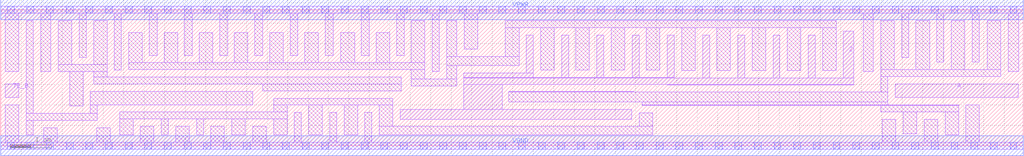
<source format=lef>
# Copyright 2020 The SkyWater PDK Authors
#
# Licensed under the Apache License, Version 2.0 (the "License");
# you may not use this file except in compliance with the License.
# You may obtain a copy of the License at
#
#     https://www.apache.org/licenses/LICENSE-2.0
#
# Unless required by applicable law or agreed to in writing, software
# distributed under the License is distributed on an "AS IS" BASIS,
# WITHOUT WARRANTIES OR CONDITIONS OF ANY KIND, either express or implied.
# See the License for the specific language governing permissions and
# limitations under the License.
#
# SPDX-License-Identifier: Apache-2.0

VERSION 5.5 ;
NAMESCASESENSITIVE ON ;
BUSBITCHARS "[]" ;
DIVIDERCHAR "/" ;
MACRO sky130_fd_sc_lp__busdriver_20
  CLASS CORE ;
  SOURCE USER ;
  ORIGIN  0.000000  0.000000 ;
  SIZE  24.96000 BY  3.330000 ;
  SYMMETRY X Y ;
  SITE unit ;
  PIN A
    ANTENNAGATEAREA  2.016000 ;
    USE SIGNAL ;
    PORT
      LAYER li1 ;
        RECT 21.830000 1.180000 24.835000 1.515000 ;
    END
  END A
  PIN TE_B
    ANTENNAGATEAREA  0.630000 ;
    USE SIGNAL ;
    PORT
      LAYER li1 ;
        RECT 0.115000 1.180000 0.445000 1.515000 ;
    END
  END TE_B
  PIN Z
    ANTENNADIFFAREA  5.250200 ;
    USE SIGNAL ;
    PORT
      LAYER li1 ;
        RECT  9.750000 0.645000 15.400000 0.895000 ;
        RECT 11.305000 0.895000 12.235000 1.505000 ;
        RECT 11.305000 1.505000 20.820000 1.665000 ;
        RECT 11.305000 1.665000 16.440000 1.675000 ;
        RECT 11.305000 1.675000 13.000000 1.780000 ;
        RECT 12.830000 1.780000 13.000000 2.715000 ;
        RECT 13.690000 1.675000 13.860000 2.715000 ;
        RECT 14.550000 1.675000 14.720000 2.715000 ;
        RECT 15.410000 1.675000 15.580000 2.715000 ;
        RECT 16.270000 1.495000 20.820000 1.505000 ;
        RECT 16.270000 1.675000 16.440000 2.715000 ;
        RECT 17.130000 1.665000 17.300000 2.715000 ;
        RECT 17.990000 1.665000 18.160000 2.715000 ;
        RECT 18.850000 1.665000 19.020000 2.715000 ;
        RECT 19.710000 1.665000 19.880000 2.715000 ;
        RECT 20.570000 1.665000 20.820000 2.805000 ;
    END
  END Z
  PIN VGND
    DIRECTION INOUT ;
    USE GROUND ;
    PORT
      LAYER met1 ;
        RECT 0.000000 -0.245000 24.960000 0.245000 ;
    END
  END VGND
  PIN VPWR
    DIRECTION INOUT ;
    USE POWER ;
    PORT
      LAYER met1 ;
        RECT 0.000000 3.085000 24.960000 3.575000 ;
    END
  END VPWR
  OBS
    LAYER li1 ;
      RECT  0.000000 -0.085000 24.960000 0.085000 ;
      RECT  0.000000  3.245000 24.960000 3.415000 ;
      RECT  0.115000  0.085000  0.445000 1.000000 ;
      RECT  0.115000  1.815000  0.445000 3.245000 ;
      RECT  0.625000  0.265000  0.795000 0.625000 ;
      RECT  0.625000  0.625000  2.360000 0.795000 ;
      RECT  0.625000  0.795000  0.795000 3.065000 ;
      RECT  0.975000  1.815000  1.225000 3.245000 ;
      RECT  1.055000  0.085000  1.385000 0.445000 ;
      RECT  1.405000  1.815000  2.595000 1.985000 ;
      RECT  1.405000  1.985000  1.735000 3.065000 ;
      RECT  1.680000  0.975000  2.010000 1.815000 ;
      RECT  1.915000  2.165000  2.085000 3.245000 ;
      RECT  2.190000  0.795000  2.360000 1.005000 ;
      RECT  2.190000  1.005000  6.150000 1.335000 ;
      RECT  2.265000  1.515000  9.780000 1.685000 ;
      RECT  2.265000  1.685000  2.595000 1.815000 ;
      RECT  2.265000  1.985000  2.595000 3.065000 ;
      RECT  2.340000  0.085000  2.670000 0.445000 ;
      RECT  2.775000  1.855000  2.945000 3.245000 ;
      RECT  2.900000  0.265000  3.230000 0.655000 ;
      RECT  2.900000  0.655000  6.990000 0.825000 ;
      RECT  3.125000  1.865000 10.355000 2.035000 ;
      RECT  3.125000  2.035000  3.455000 2.765000 ;
      RECT  3.410000  0.085000  3.740000 0.475000 ;
      RECT  3.625000  2.205000  3.815000 3.245000 ;
      RECT  3.920000  0.265000  4.090000 0.655000 ;
      RECT  3.985000  2.035000  4.315000 2.765000 ;
      RECT  4.270000  0.085000  4.600000 0.475000 ;
      RECT  4.485000  2.205000  4.675000 3.245000 ;
      RECT  4.780000  0.265000  4.950000 0.655000 ;
      RECT  4.845000  2.035000  5.175000 2.765000 ;
      RECT  5.130000  0.085000  5.460000 0.475000 ;
      RECT  5.345000  2.205000  5.535000 3.245000 ;
      RECT  5.640000  0.265000  5.970000 0.655000 ;
      RECT  5.705000  2.035000  6.035000 2.765000 ;
      RECT  6.150000  0.085000  6.480000 0.475000 ;
      RECT  6.205000  2.205000  6.395000 3.245000 ;
      RECT  6.390000  1.345000  9.780000 1.515000 ;
      RECT  6.565000  2.035000  6.895000 2.765000 ;
      RECT  6.660000  0.265000  6.990000 0.655000 ;
      RECT  6.660000  0.825000  6.990000 0.995000 ;
      RECT  6.660000  0.995000  9.570000 1.165000 ;
      RECT  7.065000  2.205000  7.255000 3.245000 ;
      RECT  7.170000  0.085000  7.340000 0.815000 ;
      RECT  7.425000  2.035000  7.755000 2.765000 ;
      RECT  7.520000  0.265000  7.850000 0.995000 ;
      RECT  7.925000  2.205000  8.115000 3.245000 ;
      RECT  8.030000  0.085000  8.200000 0.815000 ;
      RECT  8.305000  2.035000  8.635000 2.765000 ;
      RECT  8.380000  0.265000  8.710000 0.995000 ;
      RECT  8.805000  2.205000  8.995000 3.245000 ;
      RECT  8.890000  0.085000  9.060000 0.815000 ;
      RECT  9.165000  2.035000  9.495000 2.765000 ;
      RECT  9.240000  0.265000 15.910000 0.475000 ;
      RECT  9.240000  0.475000  9.570000 0.995000 ;
      RECT  9.665000  2.205000  9.855000 3.245000 ;
      RECT 10.025000  1.465000 11.135000 1.635000 ;
      RECT 10.025000  1.635000 10.355000 1.865000 ;
      RECT 10.025000  2.035000 10.355000 3.065000 ;
      RECT 10.535000  1.815000 10.705000 3.245000 ;
      RECT 10.885000  1.635000 11.135000 1.960000 ;
      RECT 10.885000  1.960000 12.650000 2.185000 ;
      RECT 10.885000  2.185000 11.135000 3.065000 ;
      RECT 11.315000  2.365000 11.645000 3.245000 ;
      RECT 12.320000  2.185000 12.650000 2.895000 ;
      RECT 12.320000  2.895000 20.390000 3.065000 ;
      RECT 12.405000  1.075000 21.650000 1.315000 ;
      RECT 12.405000  1.315000 15.455000 1.325000 ;
      RECT 13.180000  1.855000 13.510000 2.895000 ;
      RECT 14.040000  1.855000 14.370000 2.895000 ;
      RECT 14.900000  1.855000 15.230000 2.895000 ;
      RECT 15.580000  0.475000 15.910000 0.805000 ;
      RECT 15.660000  0.985000 23.380000 1.000000 ;
      RECT 15.660000  1.000000 21.650000 1.075000 ;
      RECT 15.760000  1.855000 16.090000 2.895000 ;
      RECT 16.620000  1.845000 16.950000 2.895000 ;
      RECT 17.480000  1.845000 17.810000 2.895000 ;
      RECT 18.340000  1.845000 18.670000 2.895000 ;
      RECT 19.200000  1.845000 19.530000 2.895000 ;
      RECT 20.060000  1.845000 20.390000 2.895000 ;
      RECT 21.050000  1.815000 21.300000 3.245000 ;
      RECT 21.480000  0.830000 23.380000 0.985000 ;
      RECT 21.480000  1.315000 21.650000 1.695000 ;
      RECT 21.480000  1.695000 24.415000 1.865000 ;
      RECT 21.480000  1.865000 21.810000 3.065000 ;
      RECT 21.520000  0.085000 21.850000 0.650000 ;
      RECT 21.990000  2.165000 22.160000 3.245000 ;
      RECT 22.030000  0.295000 22.360000 0.830000 ;
      RECT 22.340000  1.865000 22.670000 3.065000 ;
      RECT 22.540000  0.085000 22.870000 0.650000 ;
      RECT 22.850000  2.045000 23.020000 3.245000 ;
      RECT 23.050000  0.265000 23.380000 0.830000 ;
      RECT 23.200000  1.865000 23.530000 3.065000 ;
      RECT 23.560000  0.085000 23.890000 1.000000 ;
      RECT 23.710000  2.045000 23.880000 3.245000 ;
      RECT 24.085000  1.865000 24.415000 3.065000 ;
      RECT 24.595000  1.815000 24.845000 3.245000 ;
    LAYER mcon ;
      RECT  0.155000 -0.085000  0.325000 0.085000 ;
      RECT  0.155000  3.245000  0.325000 3.415000 ;
      RECT  0.635000 -0.085000  0.805000 0.085000 ;
      RECT  0.635000  3.245000  0.805000 3.415000 ;
      RECT  1.115000 -0.085000  1.285000 0.085000 ;
      RECT  1.115000  3.245000  1.285000 3.415000 ;
      RECT  1.595000 -0.085000  1.765000 0.085000 ;
      RECT  1.595000  3.245000  1.765000 3.415000 ;
      RECT  2.075000 -0.085000  2.245000 0.085000 ;
      RECT  2.075000  3.245000  2.245000 3.415000 ;
      RECT  2.555000 -0.085000  2.725000 0.085000 ;
      RECT  2.555000  3.245000  2.725000 3.415000 ;
      RECT  3.035000 -0.085000  3.205000 0.085000 ;
      RECT  3.035000  3.245000  3.205000 3.415000 ;
      RECT  3.515000 -0.085000  3.685000 0.085000 ;
      RECT  3.515000  3.245000  3.685000 3.415000 ;
      RECT  3.995000 -0.085000  4.165000 0.085000 ;
      RECT  3.995000  3.245000  4.165000 3.415000 ;
      RECT  4.475000 -0.085000  4.645000 0.085000 ;
      RECT  4.475000  3.245000  4.645000 3.415000 ;
      RECT  4.955000 -0.085000  5.125000 0.085000 ;
      RECT  4.955000  3.245000  5.125000 3.415000 ;
      RECT  5.435000 -0.085000  5.605000 0.085000 ;
      RECT  5.435000  3.245000  5.605000 3.415000 ;
      RECT  5.915000 -0.085000  6.085000 0.085000 ;
      RECT  5.915000  3.245000  6.085000 3.415000 ;
      RECT  6.395000 -0.085000  6.565000 0.085000 ;
      RECT  6.395000  3.245000  6.565000 3.415000 ;
      RECT  6.875000 -0.085000  7.045000 0.085000 ;
      RECT  6.875000  3.245000  7.045000 3.415000 ;
      RECT  7.355000 -0.085000  7.525000 0.085000 ;
      RECT  7.355000  3.245000  7.525000 3.415000 ;
      RECT  7.835000 -0.085000  8.005000 0.085000 ;
      RECT  7.835000  3.245000  8.005000 3.415000 ;
      RECT  8.315000 -0.085000  8.485000 0.085000 ;
      RECT  8.315000  3.245000  8.485000 3.415000 ;
      RECT  8.795000 -0.085000  8.965000 0.085000 ;
      RECT  8.795000  3.245000  8.965000 3.415000 ;
      RECT  9.275000 -0.085000  9.445000 0.085000 ;
      RECT  9.275000  3.245000  9.445000 3.415000 ;
      RECT  9.755000 -0.085000  9.925000 0.085000 ;
      RECT  9.755000  3.245000  9.925000 3.415000 ;
      RECT 10.235000 -0.085000 10.405000 0.085000 ;
      RECT 10.235000  3.245000 10.405000 3.415000 ;
      RECT 10.715000 -0.085000 10.885000 0.085000 ;
      RECT 10.715000  3.245000 10.885000 3.415000 ;
      RECT 11.195000 -0.085000 11.365000 0.085000 ;
      RECT 11.195000  3.245000 11.365000 3.415000 ;
      RECT 11.675000 -0.085000 11.845000 0.085000 ;
      RECT 11.675000  3.245000 11.845000 3.415000 ;
      RECT 12.155000 -0.085000 12.325000 0.085000 ;
      RECT 12.155000  3.245000 12.325000 3.415000 ;
      RECT 12.635000 -0.085000 12.805000 0.085000 ;
      RECT 12.635000  3.245000 12.805000 3.415000 ;
      RECT 13.115000 -0.085000 13.285000 0.085000 ;
      RECT 13.115000  3.245000 13.285000 3.415000 ;
      RECT 13.595000 -0.085000 13.765000 0.085000 ;
      RECT 13.595000  3.245000 13.765000 3.415000 ;
      RECT 14.075000 -0.085000 14.245000 0.085000 ;
      RECT 14.075000  3.245000 14.245000 3.415000 ;
      RECT 14.555000 -0.085000 14.725000 0.085000 ;
      RECT 14.555000  3.245000 14.725000 3.415000 ;
      RECT 15.035000 -0.085000 15.205000 0.085000 ;
      RECT 15.035000  3.245000 15.205000 3.415000 ;
      RECT 15.515000 -0.085000 15.685000 0.085000 ;
      RECT 15.515000  3.245000 15.685000 3.415000 ;
      RECT 15.995000 -0.085000 16.165000 0.085000 ;
      RECT 15.995000  3.245000 16.165000 3.415000 ;
      RECT 16.475000 -0.085000 16.645000 0.085000 ;
      RECT 16.475000  3.245000 16.645000 3.415000 ;
      RECT 16.955000 -0.085000 17.125000 0.085000 ;
      RECT 16.955000  3.245000 17.125000 3.415000 ;
      RECT 17.435000 -0.085000 17.605000 0.085000 ;
      RECT 17.435000  3.245000 17.605000 3.415000 ;
      RECT 17.915000 -0.085000 18.085000 0.085000 ;
      RECT 17.915000  3.245000 18.085000 3.415000 ;
      RECT 18.395000 -0.085000 18.565000 0.085000 ;
      RECT 18.395000  3.245000 18.565000 3.415000 ;
      RECT 18.875000 -0.085000 19.045000 0.085000 ;
      RECT 18.875000  3.245000 19.045000 3.415000 ;
      RECT 19.355000 -0.085000 19.525000 0.085000 ;
      RECT 19.355000  3.245000 19.525000 3.415000 ;
      RECT 19.835000 -0.085000 20.005000 0.085000 ;
      RECT 19.835000  3.245000 20.005000 3.415000 ;
      RECT 20.315000 -0.085000 20.485000 0.085000 ;
      RECT 20.315000  3.245000 20.485000 3.415000 ;
      RECT 20.795000 -0.085000 20.965000 0.085000 ;
      RECT 20.795000  3.245000 20.965000 3.415000 ;
      RECT 21.275000 -0.085000 21.445000 0.085000 ;
      RECT 21.275000  3.245000 21.445000 3.415000 ;
      RECT 21.755000 -0.085000 21.925000 0.085000 ;
      RECT 21.755000  3.245000 21.925000 3.415000 ;
      RECT 22.235000 -0.085000 22.405000 0.085000 ;
      RECT 22.235000  3.245000 22.405000 3.415000 ;
      RECT 22.715000 -0.085000 22.885000 0.085000 ;
      RECT 22.715000  3.245000 22.885000 3.415000 ;
      RECT 23.195000 -0.085000 23.365000 0.085000 ;
      RECT 23.195000  3.245000 23.365000 3.415000 ;
      RECT 23.675000 -0.085000 23.845000 0.085000 ;
      RECT 23.675000  3.245000 23.845000 3.415000 ;
      RECT 24.155000 -0.085000 24.325000 0.085000 ;
      RECT 24.155000  3.245000 24.325000 3.415000 ;
      RECT 24.635000 -0.085000 24.805000 0.085000 ;
      RECT 24.635000  3.245000 24.805000 3.415000 ;
  END
END sky130_fd_sc_lp__busdriver_20
END LIBRARY

</source>
